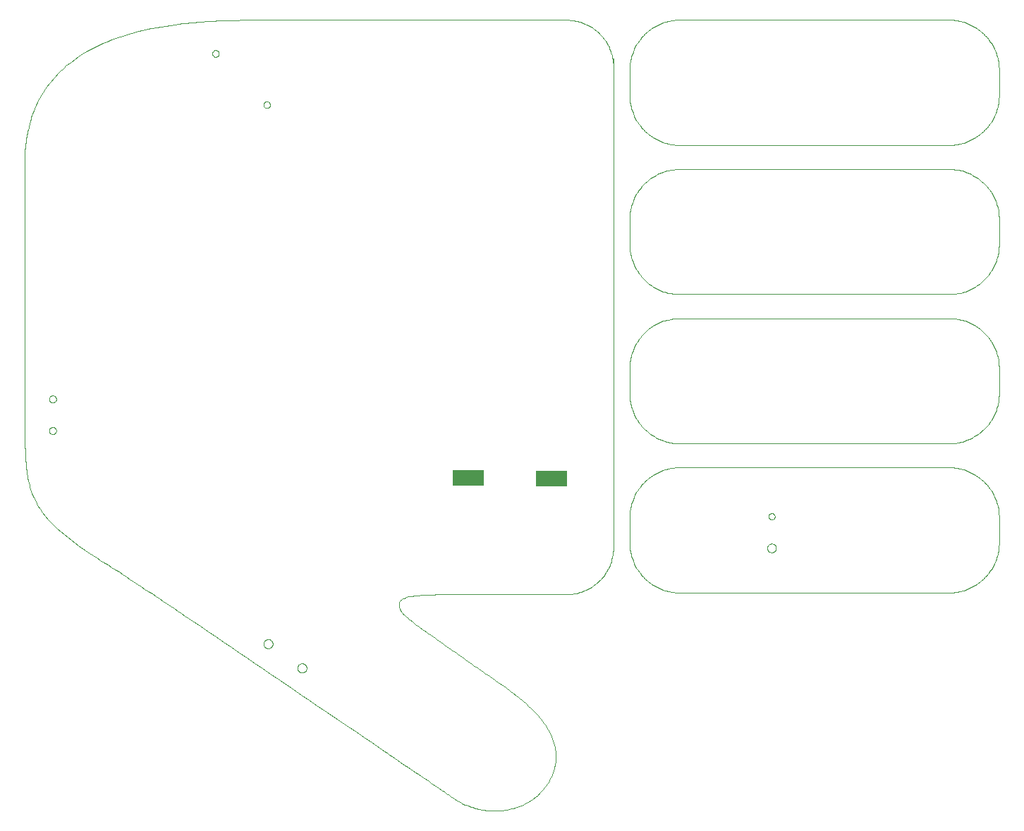
<source format=gbp>
G75*
%MOIN*%
%OFA0B0*%
%FSLAX25Y25*%
%IPPOS*%
%LPD*%
%AMOC8*
5,1,8,0,0,1.08239X$1,22.5*
%
%ADD10C,0.00394*%
%ADD11C,0.00000*%
%ADD12R,0.15000X0.07600*%
D10*
X0114420Y0091836D02*
X0118103Y0089341D01*
X0121786Y0086847D01*
X0125468Y0084351D01*
X0129149Y0081855D01*
X0132830Y0079358D01*
X0136510Y0076861D01*
X0143870Y0071864D01*
X0147550Y0069365D01*
X0151228Y0066865D01*
X0154907Y0064365D01*
X0158586Y0061865D01*
X0165942Y0056863D01*
X0169620Y0054362D01*
X0173298Y0051860D01*
X0176976Y0049358D01*
X0180653Y0046857D01*
X0184331Y0044355D01*
X0185557Y0043521D01*
X0186783Y0042686D01*
X0188009Y0041852D01*
X0189235Y0041018D01*
X0190460Y0040184D01*
X0191686Y0039350D01*
X0192912Y0038515D01*
X0194138Y0037681D01*
X0196590Y0036013D01*
X0197816Y0035178D01*
X0199041Y0034344D01*
X0200267Y0033509D01*
X0201493Y0032675D01*
X0202719Y0031841D01*
X0203944Y0031006D01*
X0205170Y0030172D01*
X0207621Y0028503D01*
X0208847Y0027668D01*
X0211298Y0025999D01*
X0212524Y0025164D01*
X0213749Y0024329D01*
X0214151Y0024056D01*
X0214551Y0023779D01*
X0214951Y0023500D01*
X0215351Y0023220D01*
X0215751Y0022939D01*
X0216151Y0022658D01*
X0216551Y0022377D01*
X0216952Y0022096D01*
X0217756Y0021537D01*
X0218159Y0021260D01*
X0218971Y0020712D01*
X0219379Y0020441D01*
X0219790Y0020177D01*
X0220201Y0019912D01*
X0220615Y0019653D01*
X0221033Y0019401D01*
X0221451Y0019149D01*
X0221873Y0018904D01*
X0222726Y0018433D01*
X0223157Y0018207D01*
X0223594Y0017992D01*
X0224254Y0017667D01*
X0224925Y0017364D01*
X0225604Y0017084D01*
X0226284Y0016803D01*
X0226972Y0016544D01*
X0227669Y0016308D01*
X0228365Y0016071D01*
X0229069Y0015857D01*
X0229779Y0015666D01*
X0230488Y0015475D01*
X0231205Y0015306D01*
X0231925Y0015160D01*
X0232646Y0015014D01*
X0233371Y0014891D01*
X0234100Y0014791D01*
X0234828Y0014691D01*
X0235560Y0014615D01*
X0237027Y0014508D01*
X0237762Y0014478D01*
X0239232Y0014465D01*
X0239968Y0014482D01*
X0240702Y0014524D01*
X0241707Y0014580D01*
X0242710Y0014682D01*
X0243705Y0014831D01*
X0244701Y0014980D01*
X0245689Y0015174D01*
X0246665Y0015414D01*
X0247641Y0015654D01*
X0248605Y0015940D01*
X0250498Y0016603D01*
X0251428Y0016980D01*
X0252336Y0017402D01*
X0253243Y0017824D01*
X0254129Y0018291D01*
X0254988Y0018803D01*
X0255847Y0019315D01*
X0256679Y0019872D01*
X0258280Y0021075D01*
X0259048Y0021722D01*
X0260512Y0023103D01*
X0261207Y0023838D01*
X0261861Y0024617D01*
X0262532Y0025416D01*
X0263151Y0026248D01*
X0263715Y0027108D01*
X0264280Y0027968D01*
X0264790Y0028855D01*
X0265243Y0029766D01*
X0265696Y0030676D01*
X0266092Y0031609D01*
X0266428Y0032560D01*
X0266763Y0033511D01*
X0267039Y0034480D01*
X0267463Y0036441D01*
X0267613Y0037435D01*
X0267696Y0038435D01*
X0267780Y0039436D01*
X0267797Y0040444D01*
X0267694Y0042465D01*
X0267574Y0043477D01*
X0267382Y0044486D01*
X0267190Y0045496D01*
X0266927Y0046502D01*
X0266588Y0047501D01*
X0266243Y0048521D01*
X0265840Y0049517D01*
X0265387Y0050488D01*
X0264935Y0051459D01*
X0264432Y0052406D01*
X0263885Y0053329D01*
X0263339Y0054253D01*
X0262749Y0055153D01*
X0262123Y0056030D01*
X0261497Y0056907D01*
X0260835Y0057761D01*
X0260142Y0058592D01*
X0259450Y0059424D01*
X0258728Y0060234D01*
X0257984Y0061022D01*
X0257239Y0061810D01*
X0256472Y0062577D01*
X0255689Y0063322D01*
X0254905Y0064068D01*
X0254106Y0064793D01*
X0253298Y0065497D01*
X0252490Y0066202D01*
X0251672Y0066886D01*
X0250853Y0067551D01*
X0250015Y0068231D01*
X0249169Y0068900D01*
X0247461Y0070223D01*
X0246599Y0070876D01*
X0245732Y0071522D01*
X0244865Y0072167D01*
X0243992Y0072807D01*
X0243115Y0073440D01*
X0242237Y0074074D01*
X0241355Y0074703D01*
X0240471Y0075327D01*
X0239586Y0075952D01*
X0238698Y0076572D01*
X0237810Y0077191D01*
X0236921Y0077809D01*
X0236031Y0078425D01*
X0235141Y0079041D01*
X0234251Y0079656D01*
X0233361Y0080270D01*
X0232473Y0080885D01*
X0231585Y0081501D01*
X0230698Y0082116D01*
X0229815Y0082735D01*
X0228903Y0083373D01*
X0227990Y0084011D01*
X0226164Y0085286D01*
X0225251Y0085924D01*
X0224338Y0086561D01*
X0223424Y0087198D01*
X0222511Y0087836D01*
X0221598Y0088473D01*
X0220685Y0089111D01*
X0219772Y0089749D01*
X0218860Y0090387D01*
X0217947Y0091026D01*
X0217035Y0091665D01*
X0216124Y0092304D01*
X0215212Y0092944D01*
X0214301Y0093585D01*
X0213391Y0094226D01*
X0212481Y0094868D01*
X0211571Y0095510D01*
X0210663Y0096154D01*
X0209754Y0096798D01*
X0208847Y0097443D01*
X0207940Y0098090D01*
X0207542Y0098374D01*
X0207143Y0098657D01*
X0206743Y0098940D01*
X0206343Y0099222D01*
X0205942Y0099504D01*
X0205541Y0099787D01*
X0205140Y0100070D01*
X0204739Y0100353D01*
X0204338Y0100637D01*
X0203938Y0100921D01*
X0203538Y0101207D01*
X0203140Y0101494D01*
X0202741Y0101781D01*
X0202344Y0102069D01*
X0201554Y0102652D01*
X0201161Y0102946D01*
X0200771Y0103243D01*
X0200381Y0103540D01*
X0199993Y0103840D01*
X0199609Y0104144D01*
X0199226Y0104448D01*
X0198845Y0104755D01*
X0198469Y0105068D01*
X0198220Y0105274D01*
X0197946Y0105502D01*
X0197658Y0105748D01*
X0197370Y0105994D01*
X0197069Y0106259D01*
X0196766Y0106540D01*
X0196464Y0106820D01*
X0196160Y0107117D01*
X0195574Y0107736D01*
X0195292Y0108059D01*
X0194773Y0108727D01*
X0194537Y0109072D01*
X0194134Y0109778D01*
X0193967Y0110139D01*
X0193848Y0110506D01*
X0193728Y0110873D01*
X0193656Y0111245D01*
X0193643Y0111620D01*
X0193630Y0111996D01*
X0193676Y0112375D01*
X0193794Y0112754D01*
X0193916Y0113147D01*
X0194108Y0113494D01*
X0194355Y0113801D01*
X0194602Y0114107D01*
X0194905Y0114373D01*
X0195249Y0114604D01*
X0195593Y0114835D01*
X0195979Y0115031D01*
X0196804Y0115367D01*
X0197244Y0115507D01*
X0198150Y0115740D01*
X0198616Y0115834D01*
X0199082Y0115912D01*
X0199547Y0115990D01*
X0200011Y0116051D01*
X0200908Y0116152D01*
X0201342Y0116192D01*
X0201746Y0116227D01*
X0202151Y0116263D01*
X0202526Y0116294D01*
X0202857Y0116326D01*
X0203312Y0116370D01*
X0203766Y0116410D01*
X0204677Y0116482D01*
X0205132Y0116514D01*
X0205588Y0116542D01*
X0206043Y0116570D01*
X0206499Y0116595D01*
X0206956Y0116616D01*
X0207412Y0116638D01*
X0207868Y0116656D01*
X0208325Y0116672D01*
X0208781Y0116688D01*
X0209238Y0116701D01*
X0210151Y0116723D01*
X0210608Y0116732D01*
X0211064Y0116739D01*
X0211521Y0116746D01*
X0211977Y0116751D01*
X0212434Y0116755D01*
X0212891Y0116759D01*
X0213347Y0116762D01*
X0213803Y0116764D01*
X0214793Y0116768D01*
X0215783Y0116771D01*
X0217764Y0116777D01*
X0218754Y0116779D01*
X0219744Y0116781D01*
X0220734Y0116782D01*
X0221724Y0116784D01*
X0222714Y0116784D01*
X0223704Y0116785D01*
X0224695Y0116786D01*
X0225685Y0116786D01*
X0226675Y0116786D01*
X0227665Y0116786D01*
X0228655Y0116786D01*
X0229645Y0116786D01*
X0230635Y0116786D01*
X0231626Y0116786D01*
X0232616Y0116786D01*
X0233606Y0116787D01*
X0234596Y0116787D01*
X0235586Y0116788D01*
X0236576Y0116788D01*
X0237566Y0116790D01*
X0238764Y0116791D01*
X0239962Y0116793D01*
X0242358Y0116795D01*
X0243555Y0116796D01*
X0244753Y0116797D01*
X0245951Y0116799D01*
X0247149Y0116800D01*
X0248347Y0116801D01*
X0249545Y0116802D01*
X0250743Y0116802D01*
X0251940Y0116803D01*
X0253138Y0116804D01*
X0254336Y0116805D01*
X0256732Y0116806D01*
X0257930Y0116806D01*
X0259127Y0116807D01*
X0260325Y0116807D01*
X0261523Y0116808D01*
X0262721Y0116808D01*
X0263919Y0116808D01*
X0265117Y0116808D01*
X0266718Y0116808D01*
X0267123Y0116804D01*
X0267531Y0116799D01*
X0267938Y0116794D01*
X0268347Y0116786D01*
X0268757Y0116779D01*
X0269167Y0116772D01*
X0269578Y0116766D01*
X0269989Y0116761D01*
X0270401Y0116756D01*
X0270813Y0116753D01*
X0271636Y0116755D01*
X0272047Y0116760D01*
X0272869Y0116781D01*
X0273279Y0116798D01*
X0273687Y0116822D01*
X0274095Y0116846D01*
X0274502Y0116878D01*
X0275312Y0116960D01*
X0275714Y0117011D01*
X0276114Y0117073D01*
X0276875Y0117192D01*
X0277626Y0117350D01*
X0278366Y0117547D01*
X0279106Y0117744D01*
X0279834Y0117979D01*
X0280547Y0118250D01*
X0281260Y0118521D01*
X0281959Y0118828D01*
X0282641Y0119170D01*
X0283322Y0119512D01*
X0283986Y0119888D01*
X0284630Y0120296D01*
X0285273Y0120704D01*
X0285896Y0121144D01*
X0286496Y0121615D01*
X0287096Y0122085D01*
X0287673Y0122586D01*
X0288224Y0123115D01*
X0288774Y0123644D01*
X0289299Y0124201D01*
X0289795Y0124785D01*
X0290290Y0125368D01*
X0290757Y0125978D01*
X0291191Y0126612D01*
X0291565Y0127156D01*
X0291906Y0127708D01*
X0292217Y0128270D01*
X0292528Y0128831D01*
X0292810Y0129401D01*
X0293317Y0130555D01*
X0293544Y0131140D01*
X0293744Y0131732D01*
X0293945Y0132324D01*
X0294120Y0132922D01*
X0294272Y0133527D01*
X0294424Y0134132D01*
X0294553Y0134743D01*
X0294660Y0135360D01*
X0294768Y0135977D01*
X0294854Y0136599D01*
X0294988Y0137853D01*
X0295037Y0138485D01*
X0295068Y0139121D01*
X0295100Y0139758D01*
X0295114Y0140398D01*
X0295114Y0370099D01*
X0295096Y0365780D01*
X0295057Y0366455D01*
X0295019Y0367131D01*
X0294959Y0367802D01*
X0294878Y0368466D01*
X0294796Y0369131D01*
X0294692Y0369790D01*
X0294563Y0370441D01*
X0294435Y0371093D01*
X0294282Y0371738D01*
X0293922Y0373011D01*
X0293716Y0373640D01*
X0293482Y0374260D01*
X0293247Y0374880D01*
X0292984Y0375491D01*
X0292690Y0376092D01*
X0292396Y0376693D01*
X0292071Y0377284D01*
X0291714Y0377865D01*
X0291357Y0378445D01*
X0290968Y0379015D01*
X0290543Y0379572D01*
X0290076Y0380186D01*
X0289578Y0380774D01*
X0288526Y0381895D01*
X0287972Y0382427D01*
X0287394Y0382929D01*
X0286815Y0383431D01*
X0286212Y0383904D01*
X0284962Y0384786D01*
X0284315Y0385195D01*
X0282984Y0385947D01*
X0282300Y0386289D01*
X0281599Y0386596D01*
X0280899Y0386903D01*
X0280183Y0387175D01*
X0279454Y0387409D01*
X0278725Y0387644D01*
X0277983Y0387841D01*
X0277231Y0387999D01*
X0276479Y0388158D01*
X0275718Y0388277D01*
X0274949Y0388355D01*
X0274570Y0388394D01*
X0274190Y0388425D01*
X0273809Y0388450D01*
X0273428Y0388474D01*
X0273046Y0388493D01*
X0272664Y0388506D01*
X0272281Y0388519D01*
X0271898Y0388528D01*
X0271514Y0388532D01*
X0271131Y0388537D01*
X0270747Y0388538D01*
X0270362Y0388537D01*
X0269978Y0388535D01*
X0269594Y0388531D01*
X0269210Y0388526D01*
X0268826Y0388521D01*
X0268442Y0388515D01*
X0268059Y0388509D01*
X0267675Y0388503D01*
X0267292Y0388497D01*
X0266528Y0388489D01*
X0266146Y0388486D01*
X0130394Y0388486D01*
X0128533Y0388483D01*
X0126671Y0388475D01*
X0124809Y0388466D01*
X0122947Y0388452D01*
X0121086Y0388429D01*
X0119224Y0388405D01*
X0117363Y0388372D01*
X0113642Y0388282D01*
X0111783Y0388224D01*
X0109923Y0388151D01*
X0108064Y0388078D01*
X0106206Y0387989D01*
X0104349Y0387881D01*
X0102492Y0387773D01*
X0100636Y0387646D01*
X0098782Y0387497D01*
X0096927Y0387348D01*
X0095074Y0387176D01*
X0093222Y0386980D01*
X0091371Y0386783D01*
X0089521Y0386560D01*
X0087673Y0386309D01*
X0085526Y0386017D01*
X0083369Y0385690D01*
X0081210Y0385320D01*
X0079051Y0384949D01*
X0076891Y0384536D01*
X0074737Y0384072D01*
X0072584Y0383609D01*
X0070437Y0383095D01*
X0068307Y0382523D01*
X0066176Y0381951D01*
X0064062Y0381322D01*
X0059882Y0379933D01*
X0057817Y0379174D01*
X0055785Y0378342D01*
X0053753Y0377510D01*
X0051755Y0376605D01*
X0049799Y0375621D01*
X0047844Y0374637D01*
X0045930Y0373573D01*
X0044068Y0372421D01*
X0042205Y0371270D01*
X0040394Y0370031D01*
X0038643Y0368698D01*
X0037813Y0368066D01*
X0037000Y0367413D01*
X0036207Y0366738D01*
X0035413Y0366063D01*
X0034638Y0365367D01*
X0033884Y0364651D01*
X0033129Y0363935D01*
X0032395Y0363199D01*
X0030970Y0361686D01*
X0030279Y0360910D01*
X0028944Y0359319D01*
X0028299Y0358505D01*
X0027059Y0356839D01*
X0026464Y0355988D01*
X0025324Y0354249D01*
X0024780Y0353362D01*
X0023746Y0351553D01*
X0023257Y0350631D01*
X0022796Y0349693D01*
X0022409Y0348905D01*
X0022048Y0348111D01*
X0021372Y0346513D01*
X0021057Y0345708D01*
X0020764Y0344899D01*
X0020470Y0344089D01*
X0020197Y0343275D01*
X0019942Y0342455D01*
X0019687Y0341636D01*
X0019450Y0340812D01*
X0019008Y0339155D01*
X0018803Y0338322D01*
X0018610Y0337484D01*
X0018418Y0336647D01*
X0018238Y0335805D01*
X0018069Y0334959D01*
X0017899Y0334114D01*
X0017741Y0333264D01*
X0017589Y0332410D01*
X0017438Y0331557D01*
X0017295Y0330700D01*
X0017157Y0329839D01*
X0017099Y0329480D01*
X0017053Y0329117D01*
X0016978Y0328382D01*
X0016949Y0328011D01*
X0016907Y0327265D01*
X0016893Y0326889D01*
X0016883Y0326511D01*
X0016874Y0326134D01*
X0016870Y0325755D01*
X0016869Y0325376D01*
X0016869Y0324997D01*
X0016871Y0324618D01*
X0016874Y0324239D01*
X0016878Y0323860D01*
X0016882Y0323483D01*
X0016889Y0322731D01*
X0016892Y0322357D01*
X0016892Y0321987D01*
X0016892Y0321616D01*
X0016889Y0321248D01*
X0016882Y0320885D01*
X0016873Y0320497D01*
X0016867Y0320109D01*
X0016861Y0319720D01*
X0016855Y0319332D01*
X0016851Y0318944D01*
X0016847Y0318556D01*
X0016844Y0318167D01*
X0016841Y0317779D01*
X0016839Y0317391D01*
X0016838Y0317003D01*
X0016836Y0316614D01*
X0016836Y0316226D01*
X0016835Y0315838D01*
X0016835Y0315449D01*
X0016835Y0315061D01*
X0016836Y0314673D01*
X0016836Y0314285D01*
X0016837Y0313896D01*
X0016837Y0313508D01*
X0016838Y0313120D01*
X0016838Y0312731D01*
X0016839Y0312343D01*
X0016839Y0311955D01*
X0016839Y0208801D01*
X0016839Y0208056D01*
X0016838Y0207310D01*
X0016837Y0206564D01*
X0016836Y0205819D01*
X0016835Y0205073D01*
X0016834Y0204327D01*
X0016833Y0203582D01*
X0016831Y0202090D01*
X0016831Y0201345D01*
X0016830Y0200599D01*
X0016830Y0199853D01*
X0016830Y0199108D01*
X0016831Y0198362D01*
X0016831Y0197616D01*
X0016833Y0196871D01*
X0016835Y0196125D01*
X0016837Y0195379D01*
X0016840Y0194634D01*
X0016844Y0193888D01*
X0016848Y0193142D01*
X0016853Y0192397D01*
X0016859Y0191651D01*
X0016868Y0190610D01*
X0016877Y0189565D01*
X0016891Y0188516D01*
X0016904Y0187468D01*
X0016923Y0186416D01*
X0016952Y0185364D01*
X0016980Y0184311D01*
X0017018Y0183257D01*
X0017124Y0181151D01*
X0017191Y0180099D01*
X0017277Y0179048D01*
X0017363Y0177998D01*
X0017469Y0176951D01*
X0017727Y0174864D01*
X0017881Y0173825D01*
X0018063Y0172792D01*
X0018245Y0171759D01*
X0018455Y0170732D01*
X0018699Y0169712D01*
X0018943Y0168693D01*
X0019221Y0167682D01*
X0019536Y0166680D01*
X0020176Y0164648D01*
X0020987Y0162717D01*
X0021943Y0160877D01*
X0022899Y0159037D01*
X0024000Y0157287D01*
X0025219Y0155617D01*
X0026437Y0153947D01*
X0027775Y0152357D01*
X0029204Y0150836D01*
X0030634Y0149315D01*
X0032156Y0147864D01*
X0033743Y0146472D01*
X0035331Y0145080D01*
X0036984Y0143747D01*
X0040370Y0141178D01*
X0042102Y0139942D01*
X0045594Y0137547D01*
X0047353Y0136387D01*
X0049099Y0135255D01*
X0050845Y0134123D01*
X0052578Y0133018D01*
X0054272Y0131931D01*
X0056027Y0130804D01*
X0057780Y0129673D01*
X0059529Y0128538D01*
X0061279Y0127404D01*
X0063026Y0126265D01*
X0064771Y0125123D01*
X0066516Y0123981D01*
X0068258Y0122835D01*
X0069999Y0121687D01*
X0071739Y0120538D01*
X0073478Y0119387D01*
X0075215Y0118233D01*
X0076952Y0117079D01*
X0078687Y0115922D01*
X0080420Y0114764D01*
X0082154Y0113605D01*
X0083887Y0112444D01*
X0085618Y0111282D01*
X0087350Y0110120D01*
X0089080Y0108956D01*
X0090810Y0107791D01*
X0092539Y0106625D01*
X0094268Y0105459D01*
X0095997Y0104292D01*
X0099683Y0101803D01*
X0103368Y0099313D01*
X0107053Y0096821D01*
X0110737Y0094329D01*
X0114420Y0091836D01*
X0303036Y0137277D02*
X0302915Y0138057D01*
X0302753Y0139640D01*
X0302712Y0140443D01*
X0302712Y0154004D01*
X0302753Y0154807D01*
X0302834Y0155598D01*
X0302915Y0156390D01*
X0303036Y0157170D01*
X0303194Y0157937D01*
X0303352Y0158704D01*
X0303547Y0159458D01*
X0303778Y0160197D01*
X0304009Y0160935D01*
X0304276Y0161658D01*
X0304875Y0163070D01*
X0305209Y0163759D01*
X0305573Y0164428D01*
X0305938Y0165097D01*
X0306334Y0165747D01*
X0307186Y0167004D01*
X0307641Y0167612D01*
X0308606Y0168779D01*
X0309115Y0169340D01*
X0309651Y0169875D01*
X0310186Y0170410D01*
X0310746Y0170920D01*
X0311914Y0171885D01*
X0312521Y0172340D01*
X0313779Y0173191D01*
X0314429Y0173587D01*
X0315098Y0173952D01*
X0315767Y0174317D01*
X0316456Y0174650D01*
X0317868Y0175250D01*
X0318591Y0175517D01*
X0319329Y0175748D01*
X0320068Y0175979D01*
X0320821Y0176174D01*
X0322355Y0176490D01*
X0323136Y0176611D01*
X0324719Y0176773D01*
X0325522Y0176814D01*
X0454499Y0176814D01*
X0455302Y0176773D01*
X0456885Y0176611D01*
X0457665Y0176490D01*
X0458432Y0176332D01*
X0459199Y0176174D01*
X0459953Y0175979D01*
X0460691Y0175748D01*
X0461430Y0175517D01*
X0462153Y0175250D01*
X0463565Y0174650D01*
X0464253Y0174317D01*
X0464923Y0173952D01*
X0465592Y0173587D01*
X0466242Y0173191D01*
X0467499Y0172340D01*
X0468106Y0171885D01*
X0469274Y0170920D01*
X0469835Y0170410D01*
X0470370Y0169875D01*
X0470905Y0169340D01*
X0471415Y0168779D01*
X0472380Y0167612D01*
X0472835Y0167004D01*
X0473686Y0165747D01*
X0474082Y0165097D01*
X0474447Y0164428D01*
X0474812Y0163759D01*
X0475145Y0163070D01*
X0475745Y0161658D01*
X0476011Y0160935D01*
X0476242Y0160197D01*
X0476473Y0159458D01*
X0476669Y0158704D01*
X0476985Y0157170D01*
X0477105Y0156390D01*
X0477186Y0155598D01*
X0477267Y0154807D01*
X0477309Y0154004D01*
X0477309Y0140443D01*
X0477267Y0139640D01*
X0477105Y0138057D01*
X0476985Y0137277D01*
X0476827Y0136510D01*
X0476669Y0135743D01*
X0476473Y0134989D01*
X0476242Y0134251D01*
X0476011Y0133512D01*
X0475745Y0132789D01*
X0475145Y0131377D01*
X0474812Y0130689D01*
X0474447Y0130020D01*
X0474082Y0129350D01*
X0473686Y0128700D01*
X0473260Y0128072D01*
X0472835Y0127443D01*
X0472380Y0126836D01*
X0471897Y0126252D01*
X0471415Y0125668D01*
X0470905Y0125107D01*
X0469835Y0124037D01*
X0469274Y0123527D01*
X0468106Y0122562D01*
X0467499Y0122107D01*
X0466870Y0121682D01*
X0466242Y0121256D01*
X0465592Y0120860D01*
X0464923Y0120495D01*
X0464253Y0120130D01*
X0463565Y0119797D01*
X0462153Y0119197D01*
X0461430Y0118931D01*
X0460691Y0118700D01*
X0459953Y0118469D01*
X0459199Y0118273D01*
X0458432Y0118115D01*
X0457665Y0117957D01*
X0456885Y0117837D01*
X0455302Y0117675D01*
X0454499Y0117633D01*
X0325522Y0117633D01*
X0324719Y0117675D01*
X0323136Y0117837D01*
X0322355Y0117957D01*
X0321588Y0118115D01*
X0320821Y0118273D01*
X0320068Y0118469D01*
X0319329Y0118700D01*
X0318591Y0118931D01*
X0317868Y0119197D01*
X0316456Y0119797D01*
X0315767Y0120130D01*
X0315098Y0120495D01*
X0314429Y0120860D01*
X0313779Y0121256D01*
X0313150Y0121682D01*
X0312521Y0122107D01*
X0311914Y0122562D01*
X0310746Y0123527D01*
X0310186Y0124037D01*
X0309115Y0125107D01*
X0308606Y0125668D01*
X0308123Y0126252D01*
X0307641Y0126836D01*
X0307186Y0127443D01*
X0306760Y0128072D01*
X0306334Y0128700D01*
X0305938Y0129350D01*
X0305573Y0130020D01*
X0305209Y0130689D01*
X0304875Y0131377D01*
X0304276Y0132789D01*
X0304009Y0133512D01*
X0303778Y0134251D01*
X0303547Y0134989D01*
X0303352Y0135743D01*
X0303194Y0136510D01*
X0303036Y0137277D01*
X0319329Y0189257D02*
X0318591Y0189488D01*
X0317868Y0189755D01*
X0316456Y0190354D01*
X0315767Y0190688D01*
X0315098Y0191052D01*
X0314429Y0191417D01*
X0313779Y0191813D01*
X0313150Y0192239D01*
X0312521Y0192665D01*
X0311914Y0193120D01*
X0311330Y0193602D01*
X0310746Y0194084D01*
X0310186Y0194594D01*
X0309115Y0195665D01*
X0308606Y0196225D01*
X0307641Y0197393D01*
X0307186Y0198000D01*
X0306760Y0198629D01*
X0306334Y0199258D01*
X0305938Y0199908D01*
X0305573Y0200577D01*
X0305209Y0201246D01*
X0304875Y0201935D01*
X0304276Y0203346D01*
X0304009Y0204070D01*
X0303778Y0204808D01*
X0303547Y0205547D01*
X0303352Y0206300D01*
X0303194Y0207067D01*
X0303036Y0207834D01*
X0302915Y0208615D01*
X0302753Y0210198D01*
X0302712Y0211001D01*
X0302712Y0224561D01*
X0302753Y0225364D01*
X0302915Y0226947D01*
X0303036Y0227728D01*
X0303194Y0228495D01*
X0303352Y0229262D01*
X0303547Y0230015D01*
X0303778Y0230754D01*
X0304009Y0231492D01*
X0304276Y0232216D01*
X0304875Y0233627D01*
X0305209Y0234316D01*
X0305573Y0234985D01*
X0305938Y0235654D01*
X0306334Y0236304D01*
X0307186Y0237562D01*
X0307641Y0238169D01*
X0308606Y0239337D01*
X0309115Y0239897D01*
X0310186Y0240968D01*
X0310746Y0241478D01*
X0311914Y0242442D01*
X0312521Y0242897D01*
X0313779Y0243749D01*
X0314429Y0244145D01*
X0315098Y0244510D01*
X0315767Y0244874D01*
X0316456Y0245208D01*
X0317868Y0245807D01*
X0318591Y0246074D01*
X0319329Y0246305D01*
X0320068Y0246536D01*
X0320821Y0246731D01*
X0322355Y0247047D01*
X0323136Y0247168D01*
X0324719Y0247330D01*
X0325522Y0247371D01*
X0454499Y0247371D01*
X0455302Y0247330D01*
X0456885Y0247168D01*
X0457665Y0247047D01*
X0458432Y0246889D01*
X0459199Y0246731D01*
X0459953Y0246536D01*
X0460691Y0246305D01*
X0461430Y0246074D01*
X0462153Y0245807D01*
X0463565Y0245208D01*
X0464253Y0244874D01*
X0464923Y0244510D01*
X0465592Y0244145D01*
X0466242Y0243749D01*
X0467499Y0242897D01*
X0468106Y0242442D01*
X0469274Y0241478D01*
X0469835Y0240968D01*
X0470905Y0239897D01*
X0471415Y0239337D01*
X0472380Y0238169D01*
X0472835Y0237562D01*
X0473686Y0236304D01*
X0474082Y0235654D01*
X0474447Y0234985D01*
X0474812Y0234316D01*
X0475145Y0233627D01*
X0475745Y0232216D01*
X0476011Y0231492D01*
X0476242Y0230754D01*
X0476473Y0230015D01*
X0476669Y0229262D01*
X0476985Y0227728D01*
X0477105Y0226947D01*
X0477267Y0225364D01*
X0477309Y0224561D01*
X0477309Y0211001D01*
X0477267Y0210198D01*
X0477105Y0208615D01*
X0476985Y0207834D01*
X0476827Y0207067D01*
X0476669Y0206300D01*
X0476473Y0205547D01*
X0476242Y0204808D01*
X0476011Y0204070D01*
X0475745Y0203346D01*
X0475145Y0201935D01*
X0474812Y0201246D01*
X0474447Y0200577D01*
X0474082Y0199908D01*
X0473686Y0199258D01*
X0473260Y0198629D01*
X0472835Y0198000D01*
X0472380Y0197393D01*
X0471415Y0196225D01*
X0470905Y0195665D01*
X0469835Y0194594D01*
X0469274Y0194084D01*
X0468690Y0193602D01*
X0468106Y0193120D01*
X0467499Y0192665D01*
X0466870Y0192239D01*
X0466242Y0191813D01*
X0465592Y0191417D01*
X0464923Y0191052D01*
X0464253Y0190688D01*
X0463565Y0190354D01*
X0462153Y0189755D01*
X0461430Y0189488D01*
X0460691Y0189257D01*
X0459953Y0189026D01*
X0459199Y0188831D01*
X0458432Y0188673D01*
X0457665Y0188515D01*
X0456885Y0188394D01*
X0455302Y0188232D01*
X0454499Y0188191D01*
X0325522Y0188191D01*
X0324719Y0188232D01*
X0323136Y0188394D01*
X0322355Y0188515D01*
X0321588Y0188673D01*
X0320821Y0188831D01*
X0320068Y0189026D01*
X0319329Y0189257D01*
X0324719Y0258789D02*
X0323136Y0258951D01*
X0322355Y0259072D01*
X0320821Y0259388D01*
X0320068Y0259583D01*
X0319329Y0259814D01*
X0318591Y0260045D01*
X0317868Y0260312D01*
X0316456Y0260912D01*
X0315767Y0261245D01*
X0315098Y0261610D01*
X0314429Y0261975D01*
X0313779Y0262371D01*
X0313150Y0262796D01*
X0312521Y0263222D01*
X0311914Y0263677D01*
X0310746Y0264642D01*
X0310186Y0265152D01*
X0309115Y0266222D01*
X0308606Y0266783D01*
X0307641Y0267950D01*
X0307186Y0268558D01*
X0306760Y0269186D01*
X0306334Y0269815D01*
X0305938Y0270465D01*
X0305573Y0271134D01*
X0305209Y0271803D01*
X0304875Y0272492D01*
X0304276Y0273904D01*
X0304009Y0274627D01*
X0303778Y0275365D01*
X0303547Y0276104D01*
X0303352Y0276858D01*
X0303194Y0277625D01*
X0303036Y0278392D01*
X0302915Y0279172D01*
X0302753Y0280755D01*
X0302712Y0281558D01*
X0302712Y0295119D01*
X0302753Y0295922D01*
X0302915Y0297505D01*
X0303036Y0298285D01*
X0303194Y0299052D01*
X0303352Y0299819D01*
X0303547Y0300573D01*
X0303778Y0301311D01*
X0304009Y0302050D01*
X0304276Y0302773D01*
X0304875Y0304185D01*
X0305209Y0304873D01*
X0305573Y0305542D01*
X0305938Y0306212D01*
X0306334Y0306862D01*
X0307186Y0308119D01*
X0307641Y0308726D01*
X0308606Y0309894D01*
X0309115Y0310455D01*
X0310186Y0311525D01*
X0310746Y0312035D01*
X0311914Y0313000D01*
X0312521Y0313455D01*
X0313150Y0313880D01*
X0313779Y0314306D01*
X0314429Y0314702D01*
X0315098Y0315067D01*
X0315767Y0315432D01*
X0316456Y0315765D01*
X0317868Y0316365D01*
X0318591Y0316631D01*
X0319329Y0316862D01*
X0320068Y0317093D01*
X0320821Y0317289D01*
X0322355Y0317605D01*
X0323136Y0317725D01*
X0324719Y0317887D01*
X0325522Y0317929D01*
X0454499Y0317929D01*
X0455302Y0317887D01*
X0456885Y0317725D01*
X0457665Y0317605D01*
X0458432Y0317447D01*
X0459199Y0317289D01*
X0459953Y0317093D01*
X0460691Y0316862D01*
X0461430Y0316631D01*
X0462153Y0316365D01*
X0463565Y0315765D01*
X0464253Y0315432D01*
X0464923Y0315067D01*
X0465592Y0314702D01*
X0466242Y0314306D01*
X0466870Y0313880D01*
X0467499Y0313455D01*
X0468106Y0313000D01*
X0469274Y0312035D01*
X0469835Y0311525D01*
X0470905Y0310455D01*
X0471415Y0309894D01*
X0472380Y0308726D01*
X0472835Y0308119D01*
X0473686Y0306862D01*
X0474082Y0306212D01*
X0474447Y0305542D01*
X0474812Y0304873D01*
X0475145Y0304185D01*
X0475745Y0302773D01*
X0476011Y0302050D01*
X0476242Y0301311D01*
X0476473Y0300573D01*
X0476669Y0299819D01*
X0476985Y0298285D01*
X0477105Y0297505D01*
X0477267Y0295922D01*
X0477309Y0295119D01*
X0477309Y0281558D01*
X0477267Y0280755D01*
X0477105Y0279172D01*
X0476985Y0278392D01*
X0476827Y0277625D01*
X0476669Y0276858D01*
X0476473Y0276104D01*
X0476242Y0275365D01*
X0476011Y0274627D01*
X0475745Y0273904D01*
X0475145Y0272492D01*
X0474812Y0271803D01*
X0474447Y0271134D01*
X0474082Y0270465D01*
X0473686Y0269815D01*
X0473260Y0269186D01*
X0472835Y0268558D01*
X0472380Y0267950D01*
X0471415Y0266783D01*
X0470905Y0266222D01*
X0469835Y0265152D01*
X0469274Y0264642D01*
X0468106Y0263677D01*
X0467499Y0263222D01*
X0466870Y0262796D01*
X0466242Y0262371D01*
X0465592Y0261975D01*
X0464253Y0261245D01*
X0463565Y0260912D01*
X0462153Y0260312D01*
X0461430Y0260045D01*
X0460691Y0259814D01*
X0459953Y0259583D01*
X0459199Y0259388D01*
X0458432Y0259230D01*
X0457665Y0259072D01*
X0456885Y0258951D01*
X0455302Y0258789D01*
X0454499Y0258748D01*
X0325522Y0258748D01*
X0324719Y0258789D01*
X0325522Y0329305D02*
X0454499Y0329305D01*
X0455302Y0329347D01*
X0456885Y0329509D01*
X0457665Y0329629D01*
X0458432Y0329787D01*
X0459199Y0329945D01*
X0459953Y0330141D01*
X0460691Y0330372D01*
X0461430Y0330603D01*
X0462153Y0330869D01*
X0463565Y0331469D01*
X0464253Y0331802D01*
X0464923Y0332167D01*
X0465592Y0332532D01*
X0466242Y0332928D01*
X0467499Y0333779D01*
X0468106Y0334234D01*
X0469274Y0335199D01*
X0469835Y0335709D01*
X0470905Y0336779D01*
X0471415Y0337340D01*
X0472380Y0338508D01*
X0472835Y0339115D01*
X0473686Y0340372D01*
X0474082Y0341022D01*
X0474447Y0341691D01*
X0474812Y0342361D01*
X0475145Y0343049D01*
X0475745Y0344461D01*
X0476011Y0345184D01*
X0476242Y0345923D01*
X0476473Y0346661D01*
X0476669Y0347415D01*
X0476827Y0348182D01*
X0476985Y0348949D01*
X0477105Y0349729D01*
X0477267Y0351312D01*
X0477309Y0352115D01*
X0477309Y0365676D01*
X0477267Y0366479D01*
X0477105Y0368062D01*
X0476985Y0368842D01*
X0476827Y0369609D01*
X0476669Y0370376D01*
X0476473Y0371130D01*
X0476242Y0371868D01*
X0476011Y0372607D01*
X0475745Y0373330D01*
X0475145Y0374742D01*
X0474812Y0375431D01*
X0474447Y0376100D01*
X0474082Y0376769D01*
X0473686Y0377419D01*
X0473260Y0378048D01*
X0472835Y0378676D01*
X0472380Y0379284D01*
X0471415Y0380451D01*
X0470905Y0381012D01*
X0469835Y0382082D01*
X0469274Y0382592D01*
X0468106Y0383557D01*
X0467499Y0384012D01*
X0466870Y0384438D01*
X0466242Y0384863D01*
X0465592Y0385259D01*
X0464923Y0385624D01*
X0464253Y0385989D01*
X0463565Y0386322D01*
X0462153Y0386922D01*
X0461430Y0387188D01*
X0460691Y0387419D01*
X0459953Y0387650D01*
X0459199Y0387846D01*
X0458432Y0388004D01*
X0457665Y0388162D01*
X0456885Y0388282D01*
X0455302Y0388445D01*
X0454499Y0388486D01*
X0325522Y0388486D01*
X0324719Y0388445D01*
X0323136Y0388282D01*
X0322355Y0388162D01*
X0321588Y0388004D01*
X0320821Y0387846D01*
X0320068Y0387650D01*
X0319329Y0387419D01*
X0318591Y0387188D01*
X0317868Y0386922D01*
X0316456Y0386322D01*
X0315767Y0385989D01*
X0315098Y0385624D01*
X0314429Y0385259D01*
X0313779Y0384863D01*
X0313150Y0384438D01*
X0312521Y0384012D01*
X0311914Y0383557D01*
X0310746Y0382592D01*
X0310186Y0382082D01*
X0309115Y0381012D01*
X0308606Y0380451D01*
X0307641Y0379284D01*
X0307186Y0378676D01*
X0306760Y0378048D01*
X0306334Y0377419D01*
X0305938Y0376769D01*
X0305573Y0376100D01*
X0305209Y0375431D01*
X0304875Y0374742D01*
X0304276Y0373330D01*
X0304009Y0372607D01*
X0303778Y0371868D01*
X0303547Y0371130D01*
X0303352Y0370376D01*
X0303194Y0369609D01*
X0303036Y0368842D01*
X0302915Y0368062D01*
X0302753Y0366479D01*
X0302712Y0365676D01*
X0302712Y0352115D01*
X0302753Y0351312D01*
X0302915Y0349729D01*
X0303036Y0348949D01*
X0303194Y0348182D01*
X0303352Y0347415D01*
X0303547Y0346661D01*
X0303778Y0345923D01*
X0304009Y0345184D01*
X0304276Y0344461D01*
X0304875Y0343049D01*
X0305209Y0342361D01*
X0305573Y0341691D01*
X0305938Y0341022D01*
X0306334Y0340372D01*
X0307186Y0339115D01*
X0307641Y0338508D01*
X0308606Y0337340D01*
X0309115Y0336779D01*
X0310186Y0335709D01*
X0310746Y0335199D01*
X0311914Y0334234D01*
X0312521Y0333779D01*
X0313779Y0332928D01*
X0314429Y0332532D01*
X0315098Y0332167D01*
X0315767Y0331802D01*
X0316456Y0331469D01*
X0317868Y0330869D01*
X0318591Y0330603D01*
X0319329Y0330372D01*
X0320068Y0330141D01*
X0320821Y0329945D01*
X0322355Y0329629D01*
X0323136Y0329509D01*
X0324719Y0329347D01*
X0325522Y0329305D01*
D11*
X0129630Y0348343D02*
X0129632Y0348422D01*
X0129638Y0348501D01*
X0129648Y0348580D01*
X0129662Y0348658D01*
X0129679Y0348735D01*
X0129701Y0348811D01*
X0129726Y0348886D01*
X0129756Y0348959D01*
X0129788Y0349031D01*
X0129825Y0349102D01*
X0129865Y0349170D01*
X0129908Y0349236D01*
X0129954Y0349300D01*
X0130004Y0349362D01*
X0130057Y0349421D01*
X0130112Y0349477D01*
X0130171Y0349531D01*
X0130232Y0349581D01*
X0130295Y0349629D01*
X0130361Y0349673D01*
X0130429Y0349714D01*
X0130499Y0349751D01*
X0130570Y0349785D01*
X0130644Y0349815D01*
X0130718Y0349841D01*
X0130794Y0349863D01*
X0130871Y0349882D01*
X0130949Y0349897D01*
X0131027Y0349908D01*
X0131106Y0349915D01*
X0131185Y0349918D01*
X0131264Y0349917D01*
X0131343Y0349912D01*
X0131422Y0349903D01*
X0131500Y0349890D01*
X0131577Y0349873D01*
X0131654Y0349853D01*
X0131729Y0349828D01*
X0131803Y0349800D01*
X0131876Y0349768D01*
X0131946Y0349733D01*
X0132015Y0349694D01*
X0132082Y0349651D01*
X0132147Y0349605D01*
X0132209Y0349557D01*
X0132269Y0349505D01*
X0132326Y0349450D01*
X0132380Y0349392D01*
X0132431Y0349332D01*
X0132479Y0349269D01*
X0132524Y0349204D01*
X0132566Y0349136D01*
X0132604Y0349067D01*
X0132638Y0348996D01*
X0132669Y0348923D01*
X0132697Y0348848D01*
X0132720Y0348773D01*
X0132740Y0348696D01*
X0132756Y0348619D01*
X0132768Y0348540D01*
X0132776Y0348462D01*
X0132780Y0348383D01*
X0132780Y0348303D01*
X0132776Y0348224D01*
X0132768Y0348146D01*
X0132756Y0348067D01*
X0132740Y0347990D01*
X0132720Y0347913D01*
X0132697Y0347838D01*
X0132669Y0347763D01*
X0132638Y0347690D01*
X0132604Y0347619D01*
X0132566Y0347550D01*
X0132524Y0347482D01*
X0132479Y0347417D01*
X0132431Y0347354D01*
X0132380Y0347294D01*
X0132326Y0347236D01*
X0132269Y0347181D01*
X0132209Y0347129D01*
X0132147Y0347081D01*
X0132082Y0347035D01*
X0132015Y0346992D01*
X0131946Y0346953D01*
X0131876Y0346918D01*
X0131803Y0346886D01*
X0131729Y0346858D01*
X0131654Y0346833D01*
X0131577Y0346813D01*
X0131500Y0346796D01*
X0131422Y0346783D01*
X0131343Y0346774D01*
X0131264Y0346769D01*
X0131185Y0346768D01*
X0131106Y0346771D01*
X0131027Y0346778D01*
X0130949Y0346789D01*
X0130871Y0346804D01*
X0130794Y0346823D01*
X0130718Y0346845D01*
X0130644Y0346871D01*
X0130570Y0346901D01*
X0130499Y0346935D01*
X0130429Y0346972D01*
X0130361Y0347013D01*
X0130295Y0347057D01*
X0130232Y0347105D01*
X0130171Y0347155D01*
X0130112Y0347209D01*
X0130057Y0347265D01*
X0130004Y0347324D01*
X0129954Y0347386D01*
X0129908Y0347450D01*
X0129865Y0347516D01*
X0129825Y0347584D01*
X0129788Y0347655D01*
X0129756Y0347727D01*
X0129726Y0347800D01*
X0129701Y0347875D01*
X0129679Y0347951D01*
X0129662Y0348028D01*
X0129648Y0348106D01*
X0129638Y0348185D01*
X0129632Y0348264D01*
X0129630Y0348343D01*
X0105417Y0372555D02*
X0105419Y0372634D01*
X0105425Y0372713D01*
X0105435Y0372792D01*
X0105449Y0372870D01*
X0105466Y0372947D01*
X0105488Y0373023D01*
X0105513Y0373098D01*
X0105543Y0373171D01*
X0105575Y0373243D01*
X0105612Y0373314D01*
X0105652Y0373382D01*
X0105695Y0373448D01*
X0105741Y0373512D01*
X0105791Y0373574D01*
X0105844Y0373633D01*
X0105899Y0373689D01*
X0105958Y0373743D01*
X0106019Y0373793D01*
X0106082Y0373841D01*
X0106148Y0373885D01*
X0106216Y0373926D01*
X0106286Y0373963D01*
X0106357Y0373997D01*
X0106431Y0374027D01*
X0106505Y0374053D01*
X0106581Y0374075D01*
X0106658Y0374094D01*
X0106736Y0374109D01*
X0106814Y0374120D01*
X0106893Y0374127D01*
X0106972Y0374130D01*
X0107051Y0374129D01*
X0107130Y0374124D01*
X0107209Y0374115D01*
X0107287Y0374102D01*
X0107364Y0374085D01*
X0107441Y0374065D01*
X0107516Y0374040D01*
X0107590Y0374012D01*
X0107663Y0373980D01*
X0107733Y0373945D01*
X0107802Y0373906D01*
X0107869Y0373863D01*
X0107934Y0373817D01*
X0107996Y0373769D01*
X0108056Y0373717D01*
X0108113Y0373662D01*
X0108167Y0373604D01*
X0108218Y0373544D01*
X0108266Y0373481D01*
X0108311Y0373416D01*
X0108353Y0373348D01*
X0108391Y0373279D01*
X0108425Y0373208D01*
X0108456Y0373135D01*
X0108484Y0373060D01*
X0108507Y0372985D01*
X0108527Y0372908D01*
X0108543Y0372831D01*
X0108555Y0372752D01*
X0108563Y0372674D01*
X0108567Y0372595D01*
X0108567Y0372515D01*
X0108563Y0372436D01*
X0108555Y0372358D01*
X0108543Y0372279D01*
X0108527Y0372202D01*
X0108507Y0372125D01*
X0108484Y0372050D01*
X0108456Y0371975D01*
X0108425Y0371902D01*
X0108391Y0371831D01*
X0108353Y0371762D01*
X0108311Y0371694D01*
X0108266Y0371629D01*
X0108218Y0371566D01*
X0108167Y0371506D01*
X0108113Y0371448D01*
X0108056Y0371393D01*
X0107996Y0371341D01*
X0107934Y0371293D01*
X0107869Y0371247D01*
X0107802Y0371204D01*
X0107733Y0371165D01*
X0107663Y0371130D01*
X0107590Y0371098D01*
X0107516Y0371070D01*
X0107441Y0371045D01*
X0107364Y0371025D01*
X0107287Y0371008D01*
X0107209Y0370995D01*
X0107130Y0370986D01*
X0107051Y0370981D01*
X0106972Y0370980D01*
X0106893Y0370983D01*
X0106814Y0370990D01*
X0106736Y0371001D01*
X0106658Y0371016D01*
X0106581Y0371035D01*
X0106505Y0371057D01*
X0106431Y0371083D01*
X0106357Y0371113D01*
X0106286Y0371147D01*
X0106216Y0371184D01*
X0106148Y0371225D01*
X0106082Y0371269D01*
X0106019Y0371317D01*
X0105958Y0371367D01*
X0105899Y0371421D01*
X0105844Y0371477D01*
X0105791Y0371536D01*
X0105741Y0371598D01*
X0105695Y0371662D01*
X0105652Y0371728D01*
X0105612Y0371796D01*
X0105575Y0371867D01*
X0105543Y0371939D01*
X0105513Y0372012D01*
X0105488Y0372087D01*
X0105466Y0372163D01*
X0105449Y0372240D01*
X0105435Y0372318D01*
X0105425Y0372397D01*
X0105419Y0372476D01*
X0105417Y0372555D01*
X0028335Y0209177D02*
X0028337Y0209258D01*
X0028343Y0209340D01*
X0028353Y0209421D01*
X0028367Y0209501D01*
X0028384Y0209580D01*
X0028406Y0209659D01*
X0028431Y0209736D01*
X0028460Y0209813D01*
X0028493Y0209887D01*
X0028530Y0209960D01*
X0028569Y0210031D01*
X0028613Y0210100D01*
X0028659Y0210167D01*
X0028709Y0210231D01*
X0028762Y0210293D01*
X0028818Y0210353D01*
X0028876Y0210409D01*
X0028938Y0210463D01*
X0029002Y0210514D01*
X0029068Y0210561D01*
X0029136Y0210605D01*
X0029207Y0210646D01*
X0029279Y0210683D01*
X0029354Y0210717D01*
X0029429Y0210747D01*
X0029507Y0210773D01*
X0029585Y0210796D01*
X0029664Y0210814D01*
X0029744Y0210829D01*
X0029825Y0210840D01*
X0029906Y0210847D01*
X0029988Y0210850D01*
X0030069Y0210849D01*
X0030150Y0210844D01*
X0030231Y0210835D01*
X0030312Y0210822D01*
X0030392Y0210805D01*
X0030470Y0210785D01*
X0030548Y0210760D01*
X0030625Y0210732D01*
X0030700Y0210700D01*
X0030773Y0210665D01*
X0030844Y0210626D01*
X0030914Y0210583D01*
X0030981Y0210538D01*
X0031047Y0210489D01*
X0031109Y0210437D01*
X0031169Y0210381D01*
X0031226Y0210323D01*
X0031281Y0210263D01*
X0031332Y0210199D01*
X0031380Y0210134D01*
X0031425Y0210066D01*
X0031467Y0209996D01*
X0031505Y0209924D01*
X0031540Y0209850D01*
X0031571Y0209775D01*
X0031598Y0209698D01*
X0031621Y0209620D01*
X0031641Y0209541D01*
X0031657Y0209461D01*
X0031669Y0209380D01*
X0031677Y0209299D01*
X0031681Y0209218D01*
X0031681Y0209136D01*
X0031677Y0209055D01*
X0031669Y0208974D01*
X0031657Y0208893D01*
X0031641Y0208813D01*
X0031621Y0208734D01*
X0031598Y0208656D01*
X0031571Y0208579D01*
X0031540Y0208504D01*
X0031505Y0208430D01*
X0031467Y0208358D01*
X0031425Y0208288D01*
X0031380Y0208220D01*
X0031332Y0208155D01*
X0031281Y0208091D01*
X0031226Y0208031D01*
X0031169Y0207973D01*
X0031109Y0207917D01*
X0031047Y0207865D01*
X0030981Y0207816D01*
X0030914Y0207771D01*
X0030845Y0207728D01*
X0030773Y0207689D01*
X0030700Y0207654D01*
X0030625Y0207622D01*
X0030548Y0207594D01*
X0030470Y0207569D01*
X0030392Y0207549D01*
X0030312Y0207532D01*
X0030231Y0207519D01*
X0030150Y0207510D01*
X0030069Y0207505D01*
X0029988Y0207504D01*
X0029906Y0207507D01*
X0029825Y0207514D01*
X0029744Y0207525D01*
X0029664Y0207540D01*
X0029585Y0207558D01*
X0029507Y0207581D01*
X0029429Y0207607D01*
X0029354Y0207637D01*
X0029279Y0207671D01*
X0029207Y0207708D01*
X0029136Y0207749D01*
X0029068Y0207793D01*
X0029002Y0207840D01*
X0028938Y0207891D01*
X0028876Y0207945D01*
X0028818Y0208001D01*
X0028762Y0208061D01*
X0028709Y0208123D01*
X0028659Y0208187D01*
X0028613Y0208254D01*
X0028569Y0208323D01*
X0028530Y0208394D01*
X0028493Y0208467D01*
X0028460Y0208541D01*
X0028431Y0208618D01*
X0028406Y0208695D01*
X0028384Y0208774D01*
X0028367Y0208853D01*
X0028353Y0208933D01*
X0028343Y0209014D01*
X0028337Y0209096D01*
X0028335Y0209177D01*
X0028335Y0194217D02*
X0028337Y0194298D01*
X0028343Y0194380D01*
X0028353Y0194461D01*
X0028367Y0194541D01*
X0028384Y0194620D01*
X0028406Y0194699D01*
X0028431Y0194776D01*
X0028460Y0194853D01*
X0028493Y0194927D01*
X0028530Y0195000D01*
X0028569Y0195071D01*
X0028613Y0195140D01*
X0028659Y0195207D01*
X0028709Y0195271D01*
X0028762Y0195333D01*
X0028818Y0195393D01*
X0028876Y0195449D01*
X0028938Y0195503D01*
X0029002Y0195554D01*
X0029068Y0195601D01*
X0029136Y0195645D01*
X0029207Y0195686D01*
X0029279Y0195723D01*
X0029354Y0195757D01*
X0029429Y0195787D01*
X0029507Y0195813D01*
X0029585Y0195836D01*
X0029664Y0195854D01*
X0029744Y0195869D01*
X0029825Y0195880D01*
X0029906Y0195887D01*
X0029988Y0195890D01*
X0030069Y0195889D01*
X0030150Y0195884D01*
X0030231Y0195875D01*
X0030312Y0195862D01*
X0030392Y0195845D01*
X0030470Y0195825D01*
X0030548Y0195800D01*
X0030625Y0195772D01*
X0030700Y0195740D01*
X0030773Y0195705D01*
X0030844Y0195666D01*
X0030914Y0195623D01*
X0030981Y0195578D01*
X0031047Y0195529D01*
X0031109Y0195477D01*
X0031169Y0195421D01*
X0031226Y0195363D01*
X0031281Y0195303D01*
X0031332Y0195239D01*
X0031380Y0195174D01*
X0031425Y0195106D01*
X0031467Y0195036D01*
X0031505Y0194964D01*
X0031540Y0194890D01*
X0031571Y0194815D01*
X0031598Y0194738D01*
X0031621Y0194660D01*
X0031641Y0194581D01*
X0031657Y0194501D01*
X0031669Y0194420D01*
X0031677Y0194339D01*
X0031681Y0194258D01*
X0031681Y0194176D01*
X0031677Y0194095D01*
X0031669Y0194014D01*
X0031657Y0193933D01*
X0031641Y0193853D01*
X0031621Y0193774D01*
X0031598Y0193696D01*
X0031571Y0193619D01*
X0031540Y0193544D01*
X0031505Y0193470D01*
X0031467Y0193398D01*
X0031425Y0193328D01*
X0031380Y0193260D01*
X0031332Y0193195D01*
X0031281Y0193131D01*
X0031226Y0193071D01*
X0031169Y0193013D01*
X0031109Y0192957D01*
X0031047Y0192905D01*
X0030981Y0192856D01*
X0030914Y0192811D01*
X0030845Y0192768D01*
X0030773Y0192729D01*
X0030700Y0192694D01*
X0030625Y0192662D01*
X0030548Y0192634D01*
X0030470Y0192609D01*
X0030392Y0192589D01*
X0030312Y0192572D01*
X0030231Y0192559D01*
X0030150Y0192550D01*
X0030069Y0192545D01*
X0029988Y0192544D01*
X0029906Y0192547D01*
X0029825Y0192554D01*
X0029744Y0192565D01*
X0029664Y0192580D01*
X0029585Y0192598D01*
X0029507Y0192621D01*
X0029429Y0192647D01*
X0029354Y0192677D01*
X0029279Y0192711D01*
X0029207Y0192748D01*
X0029136Y0192789D01*
X0029068Y0192833D01*
X0029002Y0192880D01*
X0028938Y0192931D01*
X0028876Y0192985D01*
X0028818Y0193041D01*
X0028762Y0193101D01*
X0028709Y0193163D01*
X0028659Y0193227D01*
X0028613Y0193294D01*
X0028569Y0193363D01*
X0028530Y0193434D01*
X0028493Y0193507D01*
X0028460Y0193581D01*
X0028431Y0193658D01*
X0028406Y0193735D01*
X0028384Y0193814D01*
X0028367Y0193893D01*
X0028353Y0193973D01*
X0028343Y0194054D01*
X0028337Y0194136D01*
X0028335Y0194217D01*
X0129669Y0093412D02*
X0129671Y0093505D01*
X0129677Y0093597D01*
X0129687Y0093689D01*
X0129701Y0093780D01*
X0129718Y0093871D01*
X0129740Y0093961D01*
X0129765Y0094050D01*
X0129794Y0094138D01*
X0129827Y0094224D01*
X0129864Y0094309D01*
X0129904Y0094393D01*
X0129948Y0094474D01*
X0129995Y0094554D01*
X0130045Y0094632D01*
X0130099Y0094707D01*
X0130156Y0094780D01*
X0130216Y0094850D01*
X0130279Y0094918D01*
X0130345Y0094983D01*
X0130413Y0095045D01*
X0130484Y0095105D01*
X0130558Y0095161D01*
X0130634Y0095214D01*
X0130712Y0095263D01*
X0130792Y0095310D01*
X0130874Y0095352D01*
X0130958Y0095392D01*
X0131043Y0095427D01*
X0131130Y0095459D01*
X0131218Y0095488D01*
X0131307Y0095512D01*
X0131397Y0095533D01*
X0131488Y0095549D01*
X0131580Y0095562D01*
X0131672Y0095571D01*
X0131765Y0095576D01*
X0131857Y0095577D01*
X0131950Y0095574D01*
X0132042Y0095567D01*
X0132134Y0095556D01*
X0132225Y0095541D01*
X0132316Y0095523D01*
X0132406Y0095500D01*
X0132494Y0095474D01*
X0132582Y0095444D01*
X0132668Y0095410D01*
X0132752Y0095373D01*
X0132835Y0095331D01*
X0132916Y0095287D01*
X0132996Y0095239D01*
X0133073Y0095188D01*
X0133147Y0095133D01*
X0133220Y0095075D01*
X0133290Y0095015D01*
X0133357Y0094951D01*
X0133421Y0094885D01*
X0133483Y0094815D01*
X0133541Y0094744D01*
X0133596Y0094670D01*
X0133648Y0094593D01*
X0133697Y0094514D01*
X0133743Y0094434D01*
X0133785Y0094351D01*
X0133823Y0094267D01*
X0133858Y0094181D01*
X0133889Y0094094D01*
X0133916Y0094006D01*
X0133939Y0093916D01*
X0133959Y0093826D01*
X0133975Y0093735D01*
X0133987Y0093643D01*
X0133995Y0093551D01*
X0133999Y0093458D01*
X0133999Y0093366D01*
X0133995Y0093273D01*
X0133987Y0093181D01*
X0133975Y0093089D01*
X0133959Y0092998D01*
X0133939Y0092908D01*
X0133916Y0092818D01*
X0133889Y0092730D01*
X0133858Y0092643D01*
X0133823Y0092557D01*
X0133785Y0092473D01*
X0133743Y0092390D01*
X0133697Y0092310D01*
X0133648Y0092231D01*
X0133596Y0092154D01*
X0133541Y0092080D01*
X0133483Y0092009D01*
X0133421Y0091939D01*
X0133357Y0091873D01*
X0133290Y0091809D01*
X0133220Y0091749D01*
X0133147Y0091691D01*
X0133073Y0091636D01*
X0132996Y0091585D01*
X0132917Y0091537D01*
X0132835Y0091493D01*
X0132752Y0091451D01*
X0132668Y0091414D01*
X0132582Y0091380D01*
X0132494Y0091350D01*
X0132406Y0091324D01*
X0132316Y0091301D01*
X0132225Y0091283D01*
X0132134Y0091268D01*
X0132042Y0091257D01*
X0131950Y0091250D01*
X0131857Y0091247D01*
X0131765Y0091248D01*
X0131672Y0091253D01*
X0131580Y0091262D01*
X0131488Y0091275D01*
X0131397Y0091291D01*
X0131307Y0091312D01*
X0131218Y0091336D01*
X0131130Y0091365D01*
X0131043Y0091397D01*
X0130958Y0091432D01*
X0130874Y0091472D01*
X0130792Y0091514D01*
X0130712Y0091561D01*
X0130634Y0091610D01*
X0130558Y0091663D01*
X0130484Y0091719D01*
X0130413Y0091779D01*
X0130345Y0091841D01*
X0130279Y0091906D01*
X0130216Y0091974D01*
X0130156Y0092044D01*
X0130099Y0092117D01*
X0130045Y0092192D01*
X0129995Y0092270D01*
X0129948Y0092350D01*
X0129904Y0092431D01*
X0129864Y0092515D01*
X0129827Y0092600D01*
X0129794Y0092686D01*
X0129765Y0092774D01*
X0129740Y0092863D01*
X0129718Y0092953D01*
X0129701Y0093044D01*
X0129687Y0093135D01*
X0129677Y0093227D01*
X0129671Y0093319D01*
X0129669Y0093412D01*
X0145694Y0081981D02*
X0145696Y0082074D01*
X0145702Y0082166D01*
X0145712Y0082258D01*
X0145726Y0082349D01*
X0145743Y0082440D01*
X0145765Y0082530D01*
X0145790Y0082619D01*
X0145819Y0082707D01*
X0145852Y0082793D01*
X0145889Y0082878D01*
X0145929Y0082962D01*
X0145973Y0083043D01*
X0146020Y0083123D01*
X0146070Y0083201D01*
X0146124Y0083276D01*
X0146181Y0083349D01*
X0146241Y0083419D01*
X0146304Y0083487D01*
X0146370Y0083552D01*
X0146438Y0083614D01*
X0146509Y0083674D01*
X0146583Y0083730D01*
X0146659Y0083783D01*
X0146737Y0083832D01*
X0146817Y0083879D01*
X0146899Y0083921D01*
X0146983Y0083961D01*
X0147068Y0083996D01*
X0147155Y0084028D01*
X0147243Y0084057D01*
X0147332Y0084081D01*
X0147422Y0084102D01*
X0147513Y0084118D01*
X0147605Y0084131D01*
X0147697Y0084140D01*
X0147790Y0084145D01*
X0147882Y0084146D01*
X0147975Y0084143D01*
X0148067Y0084136D01*
X0148159Y0084125D01*
X0148250Y0084110D01*
X0148341Y0084092D01*
X0148431Y0084069D01*
X0148519Y0084043D01*
X0148607Y0084013D01*
X0148693Y0083979D01*
X0148777Y0083942D01*
X0148860Y0083900D01*
X0148941Y0083856D01*
X0149021Y0083808D01*
X0149098Y0083757D01*
X0149172Y0083702D01*
X0149245Y0083644D01*
X0149315Y0083584D01*
X0149382Y0083520D01*
X0149446Y0083454D01*
X0149508Y0083384D01*
X0149566Y0083313D01*
X0149621Y0083239D01*
X0149673Y0083162D01*
X0149722Y0083083D01*
X0149768Y0083003D01*
X0149810Y0082920D01*
X0149848Y0082836D01*
X0149883Y0082750D01*
X0149914Y0082663D01*
X0149941Y0082575D01*
X0149964Y0082485D01*
X0149984Y0082395D01*
X0150000Y0082304D01*
X0150012Y0082212D01*
X0150020Y0082120D01*
X0150024Y0082027D01*
X0150024Y0081935D01*
X0150020Y0081842D01*
X0150012Y0081750D01*
X0150000Y0081658D01*
X0149984Y0081567D01*
X0149964Y0081477D01*
X0149941Y0081387D01*
X0149914Y0081299D01*
X0149883Y0081212D01*
X0149848Y0081126D01*
X0149810Y0081042D01*
X0149768Y0080959D01*
X0149722Y0080879D01*
X0149673Y0080800D01*
X0149621Y0080723D01*
X0149566Y0080649D01*
X0149508Y0080578D01*
X0149446Y0080508D01*
X0149382Y0080442D01*
X0149315Y0080378D01*
X0149245Y0080318D01*
X0149172Y0080260D01*
X0149098Y0080205D01*
X0149021Y0080154D01*
X0148942Y0080106D01*
X0148860Y0080062D01*
X0148777Y0080020D01*
X0148693Y0079983D01*
X0148607Y0079949D01*
X0148519Y0079919D01*
X0148431Y0079893D01*
X0148341Y0079870D01*
X0148250Y0079852D01*
X0148159Y0079837D01*
X0148067Y0079826D01*
X0147975Y0079819D01*
X0147882Y0079816D01*
X0147790Y0079817D01*
X0147697Y0079822D01*
X0147605Y0079831D01*
X0147513Y0079844D01*
X0147422Y0079860D01*
X0147332Y0079881D01*
X0147243Y0079905D01*
X0147155Y0079934D01*
X0147068Y0079966D01*
X0146983Y0080001D01*
X0146899Y0080041D01*
X0146817Y0080083D01*
X0146737Y0080130D01*
X0146659Y0080179D01*
X0146583Y0080232D01*
X0146509Y0080288D01*
X0146438Y0080348D01*
X0146370Y0080410D01*
X0146304Y0080475D01*
X0146241Y0080543D01*
X0146181Y0080613D01*
X0146124Y0080686D01*
X0146070Y0080761D01*
X0146020Y0080839D01*
X0145973Y0080919D01*
X0145929Y0081000D01*
X0145889Y0081084D01*
X0145852Y0081169D01*
X0145819Y0081255D01*
X0145790Y0081343D01*
X0145765Y0081432D01*
X0145743Y0081522D01*
X0145726Y0081613D01*
X0145712Y0081704D01*
X0145702Y0081796D01*
X0145696Y0081888D01*
X0145694Y0081981D01*
X0367779Y0138717D02*
X0367781Y0138808D01*
X0367787Y0138898D01*
X0367797Y0138989D01*
X0367811Y0139078D01*
X0367829Y0139167D01*
X0367850Y0139256D01*
X0367876Y0139343D01*
X0367905Y0139429D01*
X0367939Y0139513D01*
X0367975Y0139596D01*
X0368016Y0139678D01*
X0368060Y0139757D01*
X0368107Y0139835D01*
X0368158Y0139910D01*
X0368212Y0139983D01*
X0368269Y0140053D01*
X0368329Y0140121D01*
X0368392Y0140187D01*
X0368458Y0140249D01*
X0368527Y0140308D01*
X0368598Y0140365D01*
X0368672Y0140418D01*
X0368748Y0140468D01*
X0368826Y0140515D01*
X0368906Y0140558D01*
X0368987Y0140597D01*
X0369071Y0140633D01*
X0369156Y0140665D01*
X0369242Y0140694D01*
X0369329Y0140718D01*
X0369418Y0140739D01*
X0369507Y0140756D01*
X0369597Y0140769D01*
X0369687Y0140778D01*
X0369778Y0140783D01*
X0369869Y0140784D01*
X0369959Y0140781D01*
X0370050Y0140774D01*
X0370140Y0140763D01*
X0370230Y0140748D01*
X0370319Y0140729D01*
X0370407Y0140707D01*
X0370493Y0140680D01*
X0370579Y0140650D01*
X0370663Y0140616D01*
X0370746Y0140578D01*
X0370827Y0140537D01*
X0370906Y0140492D01*
X0370983Y0140443D01*
X0371057Y0140392D01*
X0371130Y0140337D01*
X0371200Y0140279D01*
X0371267Y0140218D01*
X0371331Y0140154D01*
X0371393Y0140088D01*
X0371452Y0140018D01*
X0371507Y0139947D01*
X0371560Y0139872D01*
X0371609Y0139796D01*
X0371655Y0139718D01*
X0371697Y0139637D01*
X0371736Y0139555D01*
X0371771Y0139471D01*
X0371802Y0139386D01*
X0371829Y0139299D01*
X0371853Y0139212D01*
X0371873Y0139123D01*
X0371889Y0139034D01*
X0371901Y0138944D01*
X0371909Y0138853D01*
X0371913Y0138762D01*
X0371913Y0138672D01*
X0371909Y0138581D01*
X0371901Y0138490D01*
X0371889Y0138400D01*
X0371873Y0138311D01*
X0371853Y0138222D01*
X0371829Y0138135D01*
X0371802Y0138048D01*
X0371771Y0137963D01*
X0371736Y0137879D01*
X0371697Y0137797D01*
X0371655Y0137716D01*
X0371609Y0137638D01*
X0371560Y0137562D01*
X0371507Y0137487D01*
X0371452Y0137416D01*
X0371393Y0137346D01*
X0371331Y0137280D01*
X0371267Y0137216D01*
X0371200Y0137155D01*
X0371130Y0137097D01*
X0371057Y0137042D01*
X0370983Y0136991D01*
X0370906Y0136942D01*
X0370827Y0136897D01*
X0370746Y0136856D01*
X0370663Y0136818D01*
X0370579Y0136784D01*
X0370493Y0136754D01*
X0370407Y0136727D01*
X0370319Y0136705D01*
X0370230Y0136686D01*
X0370140Y0136671D01*
X0370050Y0136660D01*
X0369959Y0136653D01*
X0369869Y0136650D01*
X0369778Y0136651D01*
X0369687Y0136656D01*
X0369597Y0136665D01*
X0369507Y0136678D01*
X0369418Y0136695D01*
X0369329Y0136716D01*
X0369242Y0136740D01*
X0369156Y0136769D01*
X0369071Y0136801D01*
X0368987Y0136837D01*
X0368906Y0136876D01*
X0368826Y0136919D01*
X0368748Y0136966D01*
X0368672Y0137016D01*
X0368598Y0137069D01*
X0368527Y0137126D01*
X0368458Y0137185D01*
X0368392Y0137247D01*
X0368329Y0137313D01*
X0368269Y0137381D01*
X0368212Y0137451D01*
X0368158Y0137524D01*
X0368107Y0137599D01*
X0368060Y0137677D01*
X0368016Y0137756D01*
X0367975Y0137838D01*
X0367939Y0137921D01*
X0367905Y0138005D01*
X0367876Y0138091D01*
X0367850Y0138178D01*
X0367829Y0138267D01*
X0367811Y0138356D01*
X0367797Y0138445D01*
X0367787Y0138536D01*
X0367781Y0138626D01*
X0367779Y0138717D01*
X0368370Y0153677D02*
X0368372Y0153754D01*
X0368378Y0153830D01*
X0368388Y0153906D01*
X0368402Y0153981D01*
X0368419Y0154056D01*
X0368441Y0154129D01*
X0368466Y0154202D01*
X0368496Y0154273D01*
X0368528Y0154342D01*
X0368565Y0154409D01*
X0368604Y0154475D01*
X0368647Y0154538D01*
X0368694Y0154599D01*
X0368743Y0154658D01*
X0368796Y0154714D01*
X0368851Y0154767D01*
X0368909Y0154817D01*
X0368969Y0154864D01*
X0369032Y0154908D01*
X0369097Y0154949D01*
X0369164Y0154986D01*
X0369233Y0155020D01*
X0369303Y0155050D01*
X0369375Y0155076D01*
X0369449Y0155098D01*
X0369523Y0155117D01*
X0369598Y0155132D01*
X0369674Y0155143D01*
X0369750Y0155150D01*
X0369827Y0155153D01*
X0369903Y0155152D01*
X0369980Y0155147D01*
X0370056Y0155138D01*
X0370132Y0155125D01*
X0370206Y0155108D01*
X0370280Y0155088D01*
X0370353Y0155063D01*
X0370424Y0155035D01*
X0370494Y0155003D01*
X0370562Y0154968D01*
X0370628Y0154929D01*
X0370692Y0154887D01*
X0370753Y0154841D01*
X0370813Y0154792D01*
X0370869Y0154741D01*
X0370923Y0154686D01*
X0370974Y0154629D01*
X0371022Y0154569D01*
X0371067Y0154507D01*
X0371108Y0154442D01*
X0371146Y0154376D01*
X0371181Y0154308D01*
X0371211Y0154237D01*
X0371239Y0154166D01*
X0371262Y0154093D01*
X0371282Y0154019D01*
X0371298Y0153944D01*
X0371310Y0153868D01*
X0371318Y0153792D01*
X0371322Y0153715D01*
X0371322Y0153639D01*
X0371318Y0153562D01*
X0371310Y0153486D01*
X0371298Y0153410D01*
X0371282Y0153335D01*
X0371262Y0153261D01*
X0371239Y0153188D01*
X0371211Y0153117D01*
X0371181Y0153046D01*
X0371146Y0152978D01*
X0371108Y0152912D01*
X0371067Y0152847D01*
X0371022Y0152785D01*
X0370974Y0152725D01*
X0370923Y0152668D01*
X0370869Y0152613D01*
X0370813Y0152562D01*
X0370753Y0152513D01*
X0370692Y0152467D01*
X0370628Y0152425D01*
X0370562Y0152386D01*
X0370494Y0152351D01*
X0370424Y0152319D01*
X0370353Y0152291D01*
X0370280Y0152266D01*
X0370206Y0152246D01*
X0370132Y0152229D01*
X0370056Y0152216D01*
X0369980Y0152207D01*
X0369903Y0152202D01*
X0369827Y0152201D01*
X0369750Y0152204D01*
X0369674Y0152211D01*
X0369598Y0152222D01*
X0369523Y0152237D01*
X0369449Y0152256D01*
X0369375Y0152278D01*
X0369303Y0152304D01*
X0369233Y0152334D01*
X0369164Y0152368D01*
X0369097Y0152405D01*
X0369032Y0152446D01*
X0368969Y0152490D01*
X0368909Y0152537D01*
X0368851Y0152587D01*
X0368796Y0152640D01*
X0368743Y0152696D01*
X0368694Y0152755D01*
X0368647Y0152816D01*
X0368604Y0152879D01*
X0368565Y0152945D01*
X0368528Y0153012D01*
X0368496Y0153081D01*
X0368466Y0153152D01*
X0368441Y0153225D01*
X0368419Y0153298D01*
X0368402Y0153373D01*
X0368388Y0153448D01*
X0368378Y0153524D01*
X0368372Y0153600D01*
X0368370Y0153677D01*
D12*
X0265802Y0171708D03*
X0226456Y0171852D03*
M02*

</source>
